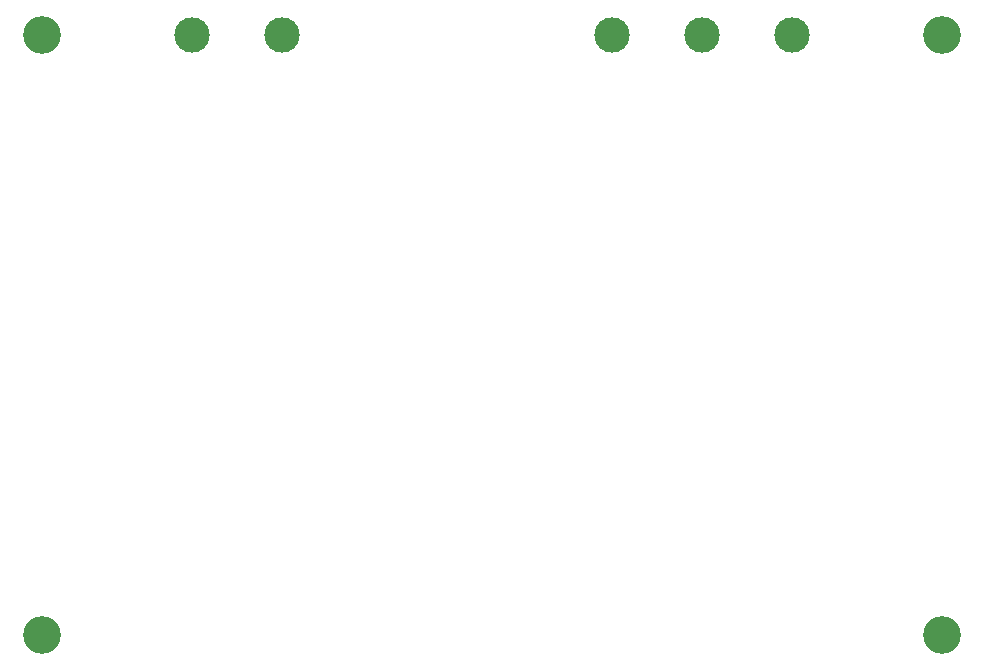
<source format=gbr>
%TF.GenerationSoftware,KiCad,Pcbnew,5.1.9+dfsg1-1*%
%TF.CreationDate,2021-03-24T19:05:18-05:00*%
%TF.ProjectId,7seg-prototype,37736567-2d70-4726-9f74-6f747970652e,1.0.0*%
%TF.SameCoordinates,Original*%
%TF.FileFunction,Soldermask,Bot*%
%TF.FilePolarity,Negative*%
%FSLAX46Y46*%
G04 Gerber Fmt 4.6, Leading zero omitted, Abs format (unit mm)*
G04 Created by KiCad (PCBNEW 5.1.9+dfsg1-1) date 2021-03-24 19:05:18*
%MOMM*%
%LPD*%
G01*
G04 APERTURE LIST*
%ADD10C,3.000000*%
%ADD11C,3.200000*%
G04 APERTURE END LIST*
D10*
%TO.C,J5*%
X127000000Y-63500000D03*
%TD*%
%TO.C,J4*%
X119380000Y-63500000D03*
%TD*%
%TO.C,J3*%
X111760000Y-63500000D03*
%TD*%
%TO.C,J2*%
X83820000Y-63500000D03*
%TD*%
%TO.C,J1*%
X76200000Y-63500000D03*
%TD*%
D11*
%TO.C,REF\u002A\u002A*%
X63500000Y-114300000D03*
%TD*%
%TO.C,REF\u002A\u002A*%
X139700000Y-114300000D03*
%TD*%
%TO.C,REF\u002A\u002A*%
X63500000Y-63500000D03*
%TD*%
%TO.C,REF\u002A\u002A*%
X139700000Y-63500000D03*
%TD*%
M02*

</source>
